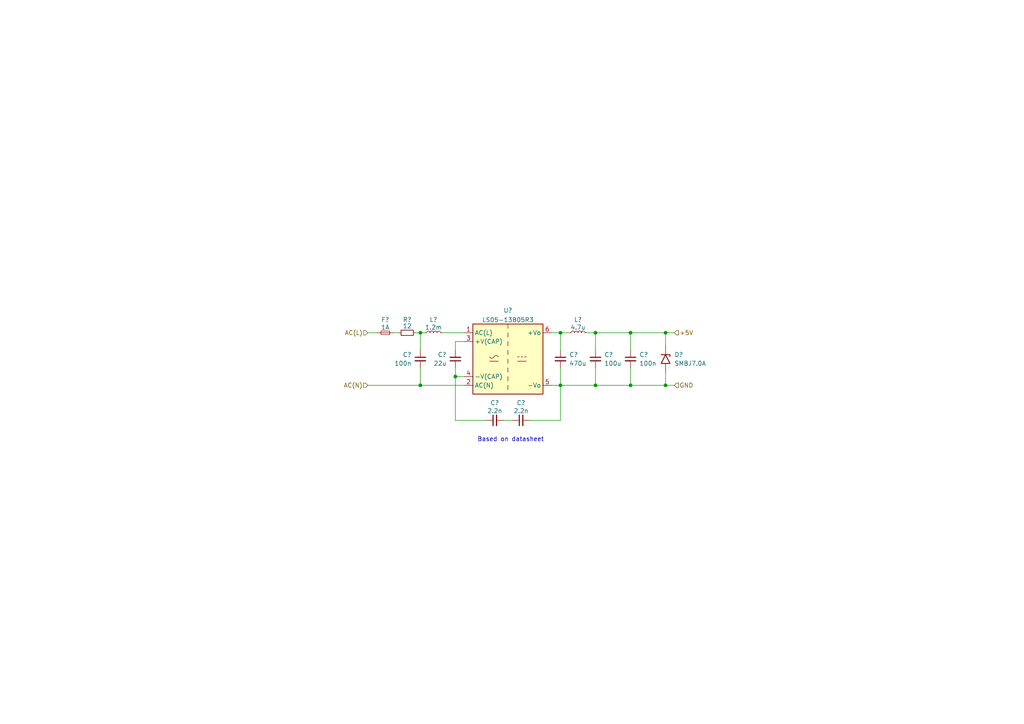
<source format=kicad_sch>
(kicad_sch (version 20211123) (generator eeschema)
  (paper "A4")
  (lib_symbols
    (symbol "Device:C_Small" (pin_numbers hide) (pin_names (offset 0.254) hide)
      (property "Reference" "C" (at 0.254 1.778 0))
      (property "Value" "C_Small" (at 0.254 -2.032 0))
      (symbol "C_Small_0_1"
        (polyline (pts (xy -1.524 -0.508) (xy 1.524 -0.508)) (stroke (width 0.3302)))
        (polyline (pts (xy -1.524 0.508) (xy 1.524 0.508)) (stroke (width 0.3048)))
      )
      (symbol "C_Small_1_1"
        (pin passive line (at 0 2.54 270) (length 2.032) (name "~") (number "1"))
        (pin passive line (at 0 -2.54 90) (length 2.032) (name "~") (number "2"))
      )
    )
    (symbol "Device:Fuse_Small" (pin_numbers hide) (pin_names (offset 0.254) hide)
      (property "Reference" "F" (at 0 -1.524 0))
      (property "Value" "Fuse_Small" (at 0 1.524 0))
      (symbol "Fuse_Small_0_1"
        (rectangle (start -1.27 0.508) (end 1.27 -0.508))
        (polyline (pts (xy -1.27 0) (xy 1.27 0)))
      )
      (symbol "Fuse_Small_1_1"
        (pin passive line (at -2.54 0 0) (length 1.27) (name "~") (number "1"))
        (pin passive line (at 2.54 0 180) (length 1.27) (name "~") (number "2"))
      )
    )
    (symbol "Device:L_Small" (pin_numbers hide) (pin_names (offset 0.254) hide)
      (property "Reference" "L" (at 0.762 1.016 0))
      (property "Value" "L_Small" (at 0.762 -1.016 0))
      (symbol "L_Small_0_1"
        (arc (start 0 -2.032) (mid 0.508 -1.524) (end 0 -1.016))
        (arc (start 0 -1.016) (mid 0.508 -0.508) (end 0 0))
        (arc (start 0 0) (mid 0.508 0.508) (end 0 1.016))
        (arc (start 0 1.016) (mid 0.508 1.524) (end 0 2.032))
      )
      (symbol "L_Small_1_1"
        (pin passive line (at 0 2.54 270) (length 0.508) (name "~") (number "1"))
        (pin passive line (at 0 -2.54 90) (length 0.508) (name "~") (number "2"))
      )
    )
    (symbol "Device:R_Small" (pin_numbers hide) (pin_names (offset 0.254) hide)
      (property "Reference" "R" (at 0.762 0.508 0))
      (property "Value" "R_Small" (at 0.762 -1.016 0))
      (symbol "R_Small_0_1"
        (rectangle (start -0.762 1.778) (end 0.762 -1.778) (stroke (width 0.2032)))
      )
      (symbol "R_Small_1_1"
        (pin passive line (at 0 2.54 270) (length 0.762) (name "~") (number "1"))
        (pin passive line (at 0 -2.54 90) (length 0.762) (name "~") (number "2"))
      )
    )
    (symbol "Diode:SM6T6V8A" (pin_numbers hide) (pin_names (offset 1.016) hide)
      (property "Reference" "D" (at 0 2.54 0))
      (property "Value" "SM6T6V8A" (at 0 -2.54 0))
      (symbol "SM6T6V8A_0_1"
        (polyline (pts (xy -0.762 1.27) (xy -1.27 1.27) (xy -1.27 -1.27)) (stroke (width 0.254)))
        (polyline (pts (xy 1.27 1.27) (xy 1.27 -1.27) (xy -1.27 0) (xy 1.27 1.27)) (stroke (width 0.254)))
      )
      (symbol "SM6T6V8A_1_1"
        (pin passive line (at -3.81 0 0) (length 2.54) (name "A1") (number "1"))
        (pin passive line (at 3.81 0 180) (length 2.54) (name "A2") (number "2"))
      )
    )
    (symbol "extraparts:LS05-13BxxR3"
      (property "Reference" "U" (at 0 13.97 0))
      (property "Value" "LS05-13BxxR3" (at 0 11.43 0))
      (symbol "LS05-13BxxR3_1_1"
        (rectangle (start -10.16 10.16) (end 10.16 -10.16) (stroke (width 0.254)) (fill (type background)))
        (arc (start -5.334 0.635) (mid -4.699 0.2495) (end -4.064 0.635))
        (arc (start -2.794 0.635) (mid -3.429 1.0072) (end -4.064 0.635))
        (polyline (pts (xy -5.334 -0.635) (xy -2.794 -0.635)))
        (polyline (pts (xy 0 -7.62) (xy 0 -8.89)))
        (polyline (pts (xy 0 -5.08) (xy 0 -6.35)))
        (polyline (pts (xy 0 -2.54) (xy 0 -3.81)))
        (polyline (pts (xy 0 0) (xy 0 -1.27)))
        (polyline (pts (xy 0 2.54) (xy 0 1.27)))
        (polyline (pts (xy 0 5.08) (xy 0 3.81)))
        (polyline (pts (xy 0 7.62) (xy 0 6.35)))
        (polyline (pts (xy 0 10.16) (xy 0 8.89)))
        (polyline (pts (xy 2.794 -0.635) (xy 5.334 -0.635)))
        (polyline (pts (xy 2.794 0.635) (xy 3.302 0.635)))
        (polyline (pts (xy 3.81 0.635) (xy 4.318 0.635)))
        (polyline (pts (xy 4.826 0.635) (xy 5.334 0.635)))
        (pin power_in line (at -12.7 7.62 0) (length 2.54) (name "AC(L)") (number "1"))
        (pin power_in line (at -12.7 -7.62 0) (length 2.54) (name "AC(N)") (number "2"))
        (pin passive line (at -12.7 5.08 0) (length 2.54) (name "+V(CAP)") (number "3"))
        (pin passive line (at -12.7 -5.08 0) (length 2.54) (name "-V(CAP)") (number "4"))
        (pin power_out line (at 12.7 -7.62 180) (length 2.54) (name "-Vo") (number "5"))
        (pin power_out line (at 12.7 7.62 180) (length 2.54) (name "+Vo") (number "6"))
      )
    )
  )
  (junction (at 121.92 111.76))
  (junction (at 121.92 96.52))
  (junction (at 182.88 111.76))
  (junction (at 162.56 111.76))
  (junction (at 132.08 109.22))
  (junction (at 182.88 96.52))
  (junction (at 172.72 111.76))
  (junction (at 193.04 111.76))
  (junction (at 172.72 96.52))
  (junction (at 193.04 96.52))
  (junction (at 162.56 96.52))
  (wire (pts (xy 172.72 111.76) (xy 172.72 106.68)))
  (wire (pts (xy 182.88 106.68) (xy 182.88 111.76)))
  (wire (pts (xy 193.04 111.76) (xy 195.58 111.76)))
  (wire (pts (xy 160.02 111.76) (xy 162.56 111.76)))
  (wire (pts (xy 132.08 99.06) (xy 134.62 99.06)))
  (wire (pts (xy 193.04 96.52) (xy 193.04 100.33)))
  (wire (pts (xy 172.72 96.52) (xy 182.88 96.52)))
  (wire (pts (xy 162.56 96.52) (xy 165.1 96.52)))
  (wire (pts (xy 128.27 96.52) (xy 134.62 96.52)))
  (wire (pts (xy 172.72 101.6) (xy 172.72 96.52)))
  (wire (pts (xy 172.72 111.76) (xy 182.88 111.76)))
  (wire (pts (xy 153.67 121.92) (xy 162.56 121.92)))
  (wire (pts (xy 132.08 106.68) (xy 132.08 109.22)))
  (wire (pts (xy 182.88 96.52) (xy 193.04 96.52)))
  (wire (pts (xy 162.56 111.76) (xy 162.56 106.68)))
  (wire (pts (xy 160.02 96.52) (xy 162.56 96.52)))
  (wire (pts (xy 106.68 96.52) (xy 109.22 96.52)))
  (wire (pts (xy 146.05 121.92) (xy 148.59 121.92)))
  (wire (pts (xy 162.56 121.92) (xy 162.56 111.76)))
  (wire (pts (xy 132.08 101.6) (xy 132.08 99.06)))
  (wire (pts (xy 162.56 111.76) (xy 172.72 111.76)))
  (wire (pts (xy 193.04 96.52) (xy 195.58 96.52)))
  (wire (pts (xy 132.08 109.22) (xy 132.08 121.92)))
  (wire (pts (xy 193.04 107.95) (xy 193.04 111.76)))
  (wire (pts (xy 182.88 96.52) (xy 182.88 101.6)))
  (wire (pts (xy 121.92 111.76) (xy 134.62 111.76)))
  (wire (pts (xy 162.56 96.52) (xy 162.56 101.6)))
  (wire (pts (xy 121.92 96.52) (xy 121.92 101.6)))
  (wire (pts (xy 132.08 121.92) (xy 140.97 121.92)))
  (wire (pts (xy 172.72 96.52) (xy 170.18 96.52)))
  (wire (pts (xy 121.92 106.68) (xy 121.92 111.76)))
  (wire (pts (xy 114.3 96.52) (xy 115.57 96.52)))
  (wire (pts (xy 106.68 111.76) (xy 121.92 111.76)))
  (wire (pts (xy 121.92 96.52) (xy 123.19 96.52)))
  (wire (pts (xy 182.88 111.76) (xy 193.04 111.76)))
  (wire (pts (xy 120.65 96.52) (xy 121.92 96.52)))
  (wire (pts (xy 132.08 109.22) (xy 134.62 109.22)))
  (text "Based on datasheet" (at 138.43 128.27 0) (effects (font (size 1.27 1.27)) (justify left bottom)))
  (hierarchical_label "+5V" (shape input) (at 195.58 96.52 0))
  (hierarchical_label "AC(L)" (shape input) (at 106.68 96.52 180))
  (hierarchical_label "GND" (shape input) (at 195.58 111.76 0))
  (hierarchical_label "AC(N)" (shape input) (at 106.68 111.76 180))
  (symbol (lib_id "Diode:SM6T6V8A") (at 193.04 104.14 270) (unit 1)
    (property "Reference" "D?" (at 195.58 102.87 90) (effects (justify left)))
    (property "Value" "SMBJ7.0A" (at 195.58 105.41 90) (effects (justify left)))
  )
  (symbol (lib_id "extraparts:LS05-13BxxR3") (at 147.32 104.14 0) (unit 1)
    (property "Reference" "U?" (at 147.32 90.0135 0))
    (property "Value" "LS05-13B05R3" (at 147.32 92.7886 0))
    (property "Footprint" "Converter_ACDC:Converter_ACDC_CUI_PBO-3-Sxx_THT_Vertical" (effects hide))
  )
  (symbol (lib_id "Device:L_Small") (at 167.64 96.52 90) (unit 1)
    (property "Reference" "L?" (at 167.64 92.71 90))
    (property "Value" "4.7u" (at 167.64 94.9476 90))
  )
  (symbol (lib_id "Device:R_Small") (at 118.11 96.52 90) (unit 1)
    (property "Reference" "R?" (at 118.11 92.71 90))
    (property "Value" "12" (at 118.11 94.592 90))
  )
  (symbol (lib_id "Device:C_Small") (at 162.56 104.14 0) (unit 1)
    (property "Reference" "C?" (at 165.1 102.87 0) (effects (justify left)))
    (property "Value" "470u" (at 165.1 105.41 0) (effects (justify left)))
  )
  (symbol (lib_id "Device:C_Small") (at 121.92 104.14 0) (mirror y) (unit 1)
    (property "Reference" "C?" (at 119.38 102.87 0) (effects (justify left)))
    (property "Value" "100n" (at 119.38 105.41 0) (effects (justify left)))
  )
  (symbol (lib_id "Device:L_Small") (at 125.73 96.52 90) (unit 1)
    (property "Reference" "L?" (at 125.73 92.71 90))
    (property "Value" "1.2m" (at 125.73 94.9476 90))
  )
  (symbol (lib_id "Device:C_Small") (at 132.08 104.14 0) (mirror x) (unit 1)
    (property "Reference" "C?" (at 129.54 102.87 0) (effects (justify right)))
    (property "Value" "22u" (at 129.54 105.41 0) (effects (justify right)))
  )
  (symbol (lib_id "Device:C_Small") (at 151.13 121.92 90) (unit 1)
    (property "Reference" "C?" (at 151.13 116.84 90))
    (property "Value" "2.2n" (at 151.1363 119.1665 90))
  )
  (symbol (lib_id "Device:C_Small") (at 172.72 104.14 0) (unit 1)
    (property "Reference" "C?" (at 175.26 102.87 0) (effects (justify left)))
    (property "Value" "100u" (at 175.26 105.41 0) (effects (justify left)))
  )
  (symbol (lib_id "Device:C_Small") (at 182.88 104.14 0) (unit 1)
    (property "Reference" "C?" (at 185.42 102.87 0) (effects (justify left)))
    (property "Value" "100n" (at 185.42 105.41 0) (effects (justify left)))
  )
  (symbol (lib_id "Device:Fuse_Small") (at 111.76 96.52 0) (unit 1)
    (property "Reference" "F?" (at 111.76 92.71 0))
    (property "Value" "1A" (at 111.76 94.9476 0))
  )
  (symbol (lib_id "Device:C_Small") (at 143.51 121.92 90) (unit 1)
    (property "Reference" "C?" (at 143.51 116.84 90))
    (property "Value" "2.2n" (at 143.5163 119.1665 90))
  )
)
</source>
